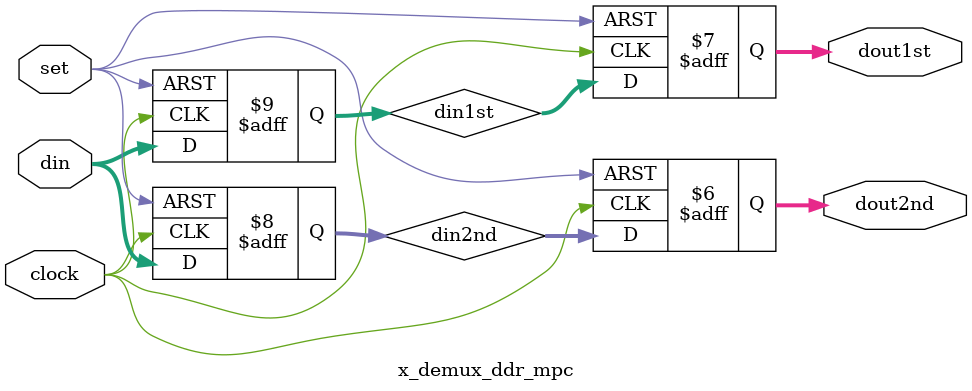
<source format=v>
`timescale 1ns / 1ps
	module x_demux_ddr_mpc (clock,set,din,dout1st,dout2nd);

// Generic
	parameter WIDTH = 8;
	initial	$display("x_demux_ddr_mpc: WIDTH=%d",WIDTH);

// Ports
	input				clock;
	input				set;
	input	[WIDTH-1:0]	din;
	output	[WIDTH-1:0]	dout1st;
	output	[WIDTH-1:0]	dout2nd;

// Local
	reg		[WIDTH-1:0]	din1st;		// synthesis attribute IOB of din1st is "true"
	reg		[WIDTH-1:0]	din2nd;		// synthesis attribute IOB of din2nd is "true"
	reg		[WIDTH-1:0]	dout1st;
	reg		[WIDTH-1:0]	dout2nd;

// Latch 80 MHz multiplexed inputs in DDR IOB FFs
// Prefer to latch 1st-in-time on falling edge which reduces latency by 1 clock period
// This version latches 1st-in-time on rising edge to preserve latency of old-style mux version
	always @(posedge clock or posedge set) begin	// Latch 1st-in-time on rising edge
	if (set) din1st <= {WIDTH{1'b1}};				// async set
	else     din1st <= din;							// sync  store
	end

	always @(negedge clock or posedge set) begin	// Latch 2nd-in-time on falling edge
	if (set) din2nd <= {WIDTH{1'b1}};				// async set
	else     din2nd <= din;							// sync  store
	end

// Latch first and second time slices into 40MHz FFs FDCPE
// These are unnecessary legacy FFs to give DDR same timing as old  x_demux
	always @(posedge clock or posedge set) begin
	if (set) dout1st <= {WIDTH{1'b1}};				// async set
	else     dout1st <= din1st;						// sync  store
	end

	always @(posedge clock or posedge set) begin
	if (set) dout2nd <= {WIDTH{1'b1}};				// async set
	else     dout2nd <= din2nd;						// sync  store
	end

//--------------------------------------------------------------------------------------------------------
	endmodule
//--------------------------------------------------------------------------------------------------------

</source>
